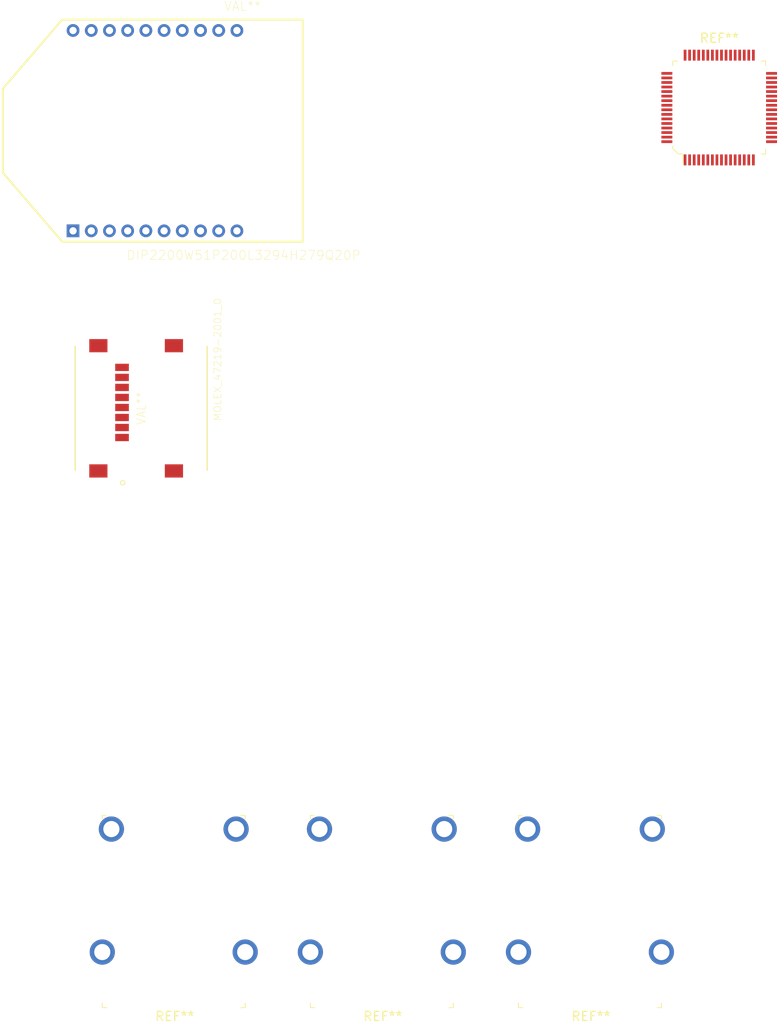
<source format=kicad_pcb>
(kicad_pcb (version 20171130) (host pcbnew 5.0.2-bee76a0~70~ubuntu18.04.1)

  (general
    (thickness 1.6)
    (drawings 0)
    (tracks 0)
    (zones 0)
    (modules 6)
    (nets 1)
  )

  (page A4)
  (layers
    (0 F.Cu signal)
    (31 B.Cu signal)
    (32 B.Adhes user)
    (33 F.Adhes user)
    (34 B.Paste user)
    (35 F.Paste user)
    (36 B.SilkS user)
    (37 F.SilkS user)
    (38 B.Mask user)
    (39 F.Mask user)
    (40 Dwgs.User user)
    (41 Cmts.User user)
    (42 Eco1.User user)
    (43 Eco2.User user)
    (44 Edge.Cuts user)
    (45 Margin user)
    (46 B.CrtYd user)
    (47 F.CrtYd user)
    (48 B.Fab user)
    (49 F.Fab user)
  )

  (setup
    (last_trace_width 0.25)
    (trace_clearance 0.2)
    (zone_clearance 0.508)
    (zone_45_only no)
    (trace_min 0.2)
    (segment_width 0.2)
    (edge_width 0.15)
    (via_size 0.8)
    (via_drill 0.4)
    (via_min_size 0.4)
    (via_min_drill 0.3)
    (uvia_size 0.3)
    (uvia_drill 0.1)
    (uvias_allowed no)
    (uvia_min_size 0.2)
    (uvia_min_drill 0.1)
    (pcb_text_width 0.3)
    (pcb_text_size 1.5 1.5)
    (mod_edge_width 0.15)
    (mod_text_size 1 1)
    (mod_text_width 0.15)
    (pad_size 1.524 1.524)
    (pad_drill 0.762)
    (pad_to_mask_clearance 0.051)
    (solder_mask_min_width 0.25)
    (aux_axis_origin 0 0)
    (visible_elements FFFFFF7F)
    (pcbplotparams
      (layerselection 0x010fc_ffffffff)
      (usegerberextensions false)
      (usegerberattributes false)
      (usegerberadvancedattributes false)
      (creategerberjobfile false)
      (excludeedgelayer true)
      (linewidth 0.100000)
      (plotframeref false)
      (viasonmask false)
      (mode 1)
      (useauxorigin false)
      (hpglpennumber 1)
      (hpglpenspeed 20)
      (hpglpendiameter 15.000000)
      (psnegative false)
      (psa4output false)
      (plotreference true)
      (plotvalue true)
      (plotinvisibletext false)
      (padsonsilk false)
      (subtractmaskfromsilk false)
      (outputformat 1)
      (mirror false)
      (drillshape 1)
      (scaleselection 1)
      (outputdirectory ""))
  )

  (net 0 "")

  (net_class Default "This is the default net class."
    (clearance 0.2)
    (trace_width 0.25)
    (via_dia 0.8)
    (via_drill 0.4)
    (uvia_dia 0.3)
    (uvia_drill 0.1)
  )

  (module Digikey:LQFP-64_10x10mm (layer F.Cu) (tedit 5AD11658) (tstamp 5C2338A7)
    (at 92.71 87.63)
    (fp_text reference REF** (at 0.01 -7.62) (layer F.SilkS)
      (effects (font (size 1 1) (thickness 0.15)))
    )
    (fp_text value "64-LQFP (10x10)" (at 0 8.34) (layer F.Fab)
      (effects (font (size 1 1) (thickness 0.15)))
    )
    (fp_line (start 5 5) (end 5 -5) (layer F.Fab) (width 0.1))
    (fp_line (start -5 -5) (end 5 -5) (layer F.Fab) (width 0.1))
    (fp_line (start 5.1 -5.1) (end 4.6 -5.1) (layer F.SilkS) (width 0.1))
    (fp_line (start 5.1 -5.1) (end 5.1 -4.6) (layer F.SilkS) (width 0.1))
    (fp_line (start -5.1 -5.1) (end -4.6 -5.1) (layer F.SilkS) (width 0.1))
    (fp_line (start -5.1 -5.1) (end -5.1 -4.6) (layer F.SilkS) (width 0.1))
    (fp_line (start 5.1 5.1) (end 5.1 4.6) (layer F.SilkS) (width 0.1))
    (fp_line (start 5.1 5.1) (end 4.6 5.1) (layer F.SilkS) (width 0.1))
    (fp_line (start -5 4.4) (end -4.4 5) (layer F.Fab) (width 0.1))
    (fp_line (start -4.4 5) (end 5 5) (layer F.Fab) (width 0.1))
    (fp_line (start -5 4.4) (end -5 -5) (layer F.Fab) (width 0.1))
    (fp_line (start -4 5.1) (end -4 6.1) (layer F.SilkS) (width 0.1))
    (fp_line (start -4.5 5.1) (end -4 5.1) (layer F.SilkS) (width 0.1))
    (fp_line (start -5.1 4.5) (end -4.5 5.1) (layer F.SilkS) (width 0.1))
    (fp_line (start -5.1 4.2) (end -5.1 4.5) (layer F.SilkS) (width 0.1))
    (fp_text user REF** (at 0 0) (layer F.Fab)
      (effects (font (size 1 1) (thickness 0.15)))
    )
    (fp_line (start 6.6 6.6) (end 6.6 -6.6) (layer F.CrtYd) (width 0.05))
    (fp_line (start -6.6 -6.6) (end -6.6 6.6) (layer F.CrtYd) (width 0.05))
    (fp_line (start -6.6 -6.6) (end 6.6 -6.6) (layer F.CrtYd) (width 0.05))
    (fp_line (start -6.6 6.6) (end 6.6 6.6) (layer F.CrtYd) (width 0.05))
    (pad 64 smd rect (at -5.75 3.75) (size 1.2 0.3) (layers F.Cu F.Paste F.Mask))
    (pad 63 smd rect (at -5.75 3.25) (size 1.2 0.3) (layers F.Cu F.Paste F.Mask))
    (pad 62 smd rect (at -5.75 2.75) (size 1.2 0.3) (layers F.Cu F.Paste F.Mask))
    (pad 61 smd rect (at -5.75 2.25) (size 1.2 0.3) (layers F.Cu F.Paste F.Mask))
    (pad 60 smd rect (at -5.75 1.75) (size 1.2 0.3) (layers F.Cu F.Paste F.Mask))
    (pad 59 smd rect (at -5.75 1.25) (size 1.2 0.3) (layers F.Cu F.Paste F.Mask))
    (pad 58 smd rect (at -5.75 0.75) (size 1.2 0.3) (layers F.Cu F.Paste F.Mask))
    (pad 57 smd rect (at -5.75 0.25) (size 1.2 0.3) (layers F.Cu F.Paste F.Mask))
    (pad 56 smd rect (at -5.75 -0.25) (size 1.2 0.3) (layers F.Cu F.Paste F.Mask))
    (pad 55 smd rect (at -5.75 -0.75) (size 1.2 0.3) (layers F.Cu F.Paste F.Mask))
    (pad 54 smd rect (at -5.75 -1.25) (size 1.2 0.3) (layers F.Cu F.Paste F.Mask))
    (pad 53 smd rect (at -5.75 -1.75) (size 1.2 0.3) (layers F.Cu F.Paste F.Mask))
    (pad 52 smd rect (at -5.75 -2.25) (size 1.2 0.3) (layers F.Cu F.Paste F.Mask))
    (pad 51 smd rect (at -5.75 -2.75) (size 1.2 0.3) (layers F.Cu F.Paste F.Mask))
    (pad 50 smd rect (at -5.75 -3.25) (size 1.2 0.3) (layers F.Cu F.Paste F.Mask))
    (pad 49 smd rect (at -5.75 -3.75) (size 1.2 0.3) (layers F.Cu F.Paste F.Mask))
    (pad 48 smd rect (at -3.75 -5.75) (size 0.3 1.2) (layers F.Cu F.Paste F.Mask))
    (pad 47 smd rect (at -3.25 -5.75) (size 0.3 1.2) (layers F.Cu F.Paste F.Mask))
    (pad 46 smd rect (at -2.75 -5.75) (size 0.3 1.2) (layers F.Cu F.Paste F.Mask))
    (pad 45 smd rect (at -2.25 -5.75) (size 0.3 1.2) (layers F.Cu F.Paste F.Mask))
    (pad 44 smd rect (at -1.75 -5.75) (size 0.3 1.2) (layers F.Cu F.Paste F.Mask))
    (pad 43 smd rect (at -1.25 -5.75) (size 0.3 1.2) (layers F.Cu F.Paste F.Mask))
    (pad 42 smd rect (at -0.75 -5.75) (size 0.3 1.2) (layers F.Cu F.Paste F.Mask))
    (pad 41 smd rect (at -0.25 -5.75) (size 0.3 1.2) (layers F.Cu F.Paste F.Mask))
    (pad 40 smd rect (at 0.25 -5.75) (size 0.3 1.2) (layers F.Cu F.Paste F.Mask))
    (pad 39 smd rect (at 0.75 -5.75) (size 0.3 1.2) (layers F.Cu F.Paste F.Mask))
    (pad 38 smd rect (at 1.25 -5.75) (size 0.3 1.2) (layers F.Cu F.Paste F.Mask))
    (pad 37 smd rect (at 1.75 -5.75) (size 0.3 1.2) (layers F.Cu F.Paste F.Mask))
    (pad 36 smd rect (at 2.25 -5.75) (size 0.3 1.2) (layers F.Cu F.Paste F.Mask))
    (pad 35 smd rect (at 2.75 -5.75) (size 0.3 1.2) (layers F.Cu F.Paste F.Mask))
    (pad 34 smd rect (at 3.25 -5.75) (size 0.3 1.2) (layers F.Cu F.Paste F.Mask))
    (pad 33 smd rect (at 3.75 -5.75) (size 0.3 1.2) (layers F.Cu F.Paste F.Mask))
    (pad 32 smd rect (at 5.75 -3.75) (size 1.2 0.3) (layers F.Cu F.Paste F.Mask))
    (pad 31 smd rect (at 5.75 -3.25) (size 1.2 0.3) (layers F.Cu F.Paste F.Mask))
    (pad 30 smd rect (at 5.75 -2.75) (size 1.2 0.3) (layers F.Cu F.Paste F.Mask))
    (pad 29 smd rect (at 5.75 -2.25) (size 1.2 0.3) (layers F.Cu F.Paste F.Mask))
    (pad 28 smd rect (at 5.75 -1.75) (size 1.2 0.3) (layers F.Cu F.Paste F.Mask))
    (pad 27 smd rect (at 5.75 -1.25) (size 1.2 0.3) (layers F.Cu F.Paste F.Mask))
    (pad 26 smd rect (at 5.75 -0.75) (size 1.2 0.3) (layers F.Cu F.Paste F.Mask))
    (pad 25 smd rect (at 5.75 -0.25) (size 1.2 0.3) (layers F.Cu F.Paste F.Mask))
    (pad 24 smd rect (at 5.75 0.25) (size 1.2 0.3) (layers F.Cu F.Paste F.Mask))
    (pad 23 smd rect (at 5.75 0.75) (size 1.2 0.3) (layers F.Cu F.Paste F.Mask))
    (pad 22 smd rect (at 5.75 1.25) (size 1.2 0.3) (layers F.Cu F.Paste F.Mask))
    (pad 21 smd rect (at 5.75 1.75) (size 1.2 0.3) (layers F.Cu F.Paste F.Mask))
    (pad 20 smd rect (at 5.75 2.25) (size 1.2 0.3) (layers F.Cu F.Paste F.Mask))
    (pad 19 smd rect (at 5.75 2.75) (size 1.2 0.3) (layers F.Cu F.Paste F.Mask))
    (pad 18 smd rect (at 5.75 3.25) (size 1.2 0.3) (layers F.Cu F.Paste F.Mask))
    (pad 16 smd rect (at 3.75 5.75) (size 0.3 1.2) (layers F.Cu F.Paste F.Mask))
    (pad 15 smd rect (at 3.25 5.75) (size 0.3 1.2) (layers F.Cu F.Paste F.Mask))
    (pad 14 smd rect (at 2.75 5.75) (size 0.3 1.2) (layers F.Cu F.Paste F.Mask))
    (pad 13 smd rect (at 2.25 5.75) (size 0.3 1.2) (layers F.Cu F.Paste F.Mask))
    (pad 12 smd rect (at 1.75 5.75) (size 0.3 1.2) (layers F.Cu F.Paste F.Mask))
    (pad 11 smd rect (at 1.25 5.75) (size 0.3 1.2) (layers F.Cu F.Paste F.Mask))
    (pad 10 smd rect (at 0.75 5.75) (size 0.3 1.2) (layers F.Cu F.Paste F.Mask))
    (pad 9 smd rect (at 0.25 5.75) (size 0.3 1.2) (layers F.Cu F.Paste F.Mask))
    (pad 8 smd rect (at -0.25 5.75) (size 0.3 1.2) (layers F.Cu F.Paste F.Mask))
    (pad 7 smd rect (at -0.75 5.75) (size 0.3 1.2) (layers F.Cu F.Paste F.Mask))
    (pad 6 smd rect (at -1.25 5.75) (size 0.3 1.2) (layers F.Cu F.Paste F.Mask))
    (pad 5 smd rect (at -1.75 5.75) (size 0.3 1.2) (layers F.Cu F.Paste F.Mask))
    (pad 4 smd rect (at -2.25 5.75) (size 0.3 1.2) (layers F.Cu F.Paste F.Mask))
    (pad 3 smd rect (at -2.75 5.75) (size 0.3 1.2) (layers F.Cu F.Paste F.Mask))
    (pad 2 smd rect (at -3.25 5.75) (size 0.3 1.2) (layers F.Cu F.Paste F.Mask))
    (pad 1 smd rect (at -3.75 5.75) (size 0.3 1.2) (layers F.Cu F.Paste F.Mask))
    (pad 17 smd rect (at 5.75 3.75) (size 1.2 0.3) (layers F.Cu F.Paste F.Mask))
  )

  (module Digikey:Thermocouple_Connector_PCC-SMP-K (layer F.Cu) (tedit 5ACCDD63) (tstamp 5C236FB0)
    (at 86.36 180.34 180)
    (fp_text reference REF** (at 7.74 -7.05 180) (layer F.SilkS)
      (effects (font (size 1 1) (thickness 0.15)))
    )
    (fp_text value Thermocouple_Connector_PCC-SMP-K (at 7.4 19.05 180) (layer F.Fab)
      (effects (font (size 1 1) (thickness 0.15)))
    )
    (fp_line (start 0.11 -5.94) (end 15.61 -5.94) (layer F.Fab) (width 0.1))
    (fp_line (start 0.11 -5.94) (end 0.11 14.86) (layer F.Fab) (width 0.1))
    (fp_line (start 15.61 -5.94) (end 15.61 14.86) (layer F.Fab) (width 0.1))
    (fp_line (start 0.11 14.86) (end 15.61 14.86) (layer F.Fab) (width 0.1))
    (fp_line (start 15.7 15) (end 15.3 15) (layer F.SilkS) (width 0.1))
    (fp_line (start 15.7 14.6) (end 15.7 15) (layer F.SilkS) (width 0.1))
    (fp_line (start 0 15) (end 0.5 15) (layer F.SilkS) (width 0.1))
    (fp_line (start 0 14.6) (end 0 15) (layer F.SilkS) (width 0.1))
    (fp_line (start 0 -6.1) (end 0 -5.6) (layer F.SilkS) (width 0.1))
    (fp_line (start 0 -6.1) (end 0.5 -6.1) (layer F.SilkS) (width 0.1))
    (fp_line (start 15.7 -6.1) (end 15.2 -6.1) (layer F.SilkS) (width 0.1))
    (fp_line (start 15.7 -6.1) (end 15.7 -5.6) (layer F.SilkS) (width 0.1))
    (fp_line (start 17.34 15.11) (end 17.34 -6.19) (layer F.CrtYd) (width 0.05))
    (fp_line (start 17.34 15.11) (end -1.64 15.11) (layer F.CrtYd) (width 0.05))
    (fp_line (start 17.34 -6.19) (end -1.64 -6.19) (layer F.CrtYd) (width 0.05))
    (fp_line (start -1.64 15.11) (end -1.64 -6.19) (layer F.CrtYd) (width 0.05))
    (fp_text user %R (at 7.82 5.26 180) (layer F.Fab)
      (effects (font (size 1 1) (thickness 0.15)))
    )
    (pad - thru_hole circle (at 14.7 13.5 180) (size 2.77 2.77) (drill 1.77) (layers *.Cu *.Mask))
    (pad + thru_hole circle (at 1 13.5 180) (size 2.77 2.77) (drill 1.77) (layers *.Cu *.Mask))
    (pad "" thru_hole circle (at 15.7 0 180) (size 2.77 2.77) (drill 1.77) (layers *.Cu *.Mask))
    (pad "" thru_hole circle (at 0 0 180) (size 2.77 2.77) (drill 1.77) (layers *.Cu *.Mask))
  )

  (module Digikey:Thermocouple_Connector_PCC-SMP-K (layer F.Cu) (tedit 5ACCDD63) (tstamp 5C236F80)
    (at 63.5 180.34 180)
    (fp_text reference REF** (at 7.74 -7.05 180) (layer F.SilkS)
      (effects (font (size 1 1) (thickness 0.15)))
    )
    (fp_text value Thermocouple_Connector_PCC-SMP-K (at 7.4 16.42 180) (layer F.Fab)
      (effects (font (size 1 1) (thickness 0.15)))
    )
    (fp_text user %R (at 7.82 5.26 180) (layer F.Fab)
      (effects (font (size 1 1) (thickness 0.15)))
    )
    (fp_line (start -1.64 15.11) (end -1.64 -6.19) (layer F.CrtYd) (width 0.05))
    (fp_line (start 17.34 -6.19) (end -1.64 -6.19) (layer F.CrtYd) (width 0.05))
    (fp_line (start 17.34 15.11) (end -1.64 15.11) (layer F.CrtYd) (width 0.05))
    (fp_line (start 17.34 15.11) (end 17.34 -6.19) (layer F.CrtYd) (width 0.05))
    (fp_line (start 15.7 -6.1) (end 15.7 -5.6) (layer F.SilkS) (width 0.1))
    (fp_line (start 15.7 -6.1) (end 15.2 -6.1) (layer F.SilkS) (width 0.1))
    (fp_line (start 0 -6.1) (end 0.5 -6.1) (layer F.SilkS) (width 0.1))
    (fp_line (start 0 -6.1) (end 0 -5.6) (layer F.SilkS) (width 0.1))
    (fp_line (start 0 14.6) (end 0 15) (layer F.SilkS) (width 0.1))
    (fp_line (start 0 15) (end 0.5 15) (layer F.SilkS) (width 0.1))
    (fp_line (start 15.7 14.6) (end 15.7 15) (layer F.SilkS) (width 0.1))
    (fp_line (start 15.7 15) (end 15.3 15) (layer F.SilkS) (width 0.1))
    (fp_line (start 0.11 14.86) (end 15.61 14.86) (layer F.Fab) (width 0.1))
    (fp_line (start 15.61 -5.94) (end 15.61 14.86) (layer F.Fab) (width 0.1))
    (fp_line (start 0.11 -5.94) (end 0.11 14.86) (layer F.Fab) (width 0.1))
    (fp_line (start 0.11 -5.94) (end 15.61 -5.94) (layer F.Fab) (width 0.1))
    (pad "" thru_hole circle (at 0 0 180) (size 2.77 2.77) (drill 1.77) (layers *.Cu *.Mask))
    (pad "" thru_hole circle (at 15.7 0 180) (size 2.77 2.77) (drill 1.77) (layers *.Cu *.Mask))
    (pad + thru_hole circle (at 1 13.5 180) (size 2.77 2.77) (drill 1.77) (layers *.Cu *.Mask))
    (pad - thru_hole circle (at 14.7 13.5 180) (size 2.77 2.77) (drill 1.77) (layers *.Cu *.Mask))
  )

  (module Digikey:Thermocouple_Connector_PCC-SMP-K (layer F.Cu) (tedit 5ACCDD63) (tstamp 5C236F03)
    (at 40.64 180.34 180)
    (fp_text reference REF** (at 7.74 -7.05 180) (layer F.SilkS)
      (effects (font (size 1 1) (thickness 0.15)))
    )
    (fp_text value Thermocouple_Connector_PCC-SMP-K (at 10.16 19.05 180) (layer F.Fab)
      (effects (font (size 1 1) (thickness 0.15)))
    )
    (fp_line (start 0.11 -5.94) (end 15.61 -5.94) (layer F.Fab) (width 0.1))
    (fp_line (start 0.11 -5.94) (end 0.11 14.86) (layer F.Fab) (width 0.1))
    (fp_line (start 15.61 -5.94) (end 15.61 14.86) (layer F.Fab) (width 0.1))
    (fp_line (start 0.11 14.86) (end 15.61 14.86) (layer F.Fab) (width 0.1))
    (fp_line (start 15.7 15) (end 15.3 15) (layer F.SilkS) (width 0.1))
    (fp_line (start 15.7 14.6) (end 15.7 15) (layer F.SilkS) (width 0.1))
    (fp_line (start 0 15) (end 0.5 15) (layer F.SilkS) (width 0.1))
    (fp_line (start 0 14.6) (end 0 15) (layer F.SilkS) (width 0.1))
    (fp_line (start 0 -6.1) (end 0 -5.6) (layer F.SilkS) (width 0.1))
    (fp_line (start 0 -6.1) (end 0.5 -6.1) (layer F.SilkS) (width 0.1))
    (fp_line (start 15.7 -6.1) (end 15.2 -6.1) (layer F.SilkS) (width 0.1))
    (fp_line (start 15.7 -6.1) (end 15.7 -5.6) (layer F.SilkS) (width 0.1))
    (fp_line (start 17.34 15.11) (end 17.34 -6.19) (layer F.CrtYd) (width 0.05))
    (fp_line (start 17.34 15.11) (end -1.64 15.11) (layer F.CrtYd) (width 0.05))
    (fp_line (start 17.34 -6.19) (end -1.64 -6.19) (layer F.CrtYd) (width 0.05))
    (fp_line (start -1.64 15.11) (end -1.64 -6.19) (layer F.CrtYd) (width 0.05))
    (fp_text user %R (at 7.82 5.26 180) (layer F.Fab)
      (effects (font (size 1 1) (thickness 0.15)))
    )
    (pad - thru_hole circle (at 14.7 13.5 180) (size 2.77 2.77) (drill 1.77) (layers *.Cu *.Mask))
    (pad + thru_hole circle (at 1 13.5 180) (size 2.77 2.77) (drill 1.77) (layers *.Cu *.Mask))
    (pad "" thru_hole circle (at 15.7 0 180) (size 2.77 2.77) (drill 1.77) (layers *.Cu *.Mask))
    (pad "" thru_hole circle (at 0 0 180) (size 2.77 2.77) (drill 1.77) (layers *.Cu *.Mask))
  )

  (module MOLEX_47219-2001:MOLEX_47219-2001_0 (layer F.Cu) (tedit 0) (tstamp 5C186D9F)
    (at 29.21 120.65 270)
    (descr "1.10mm Pitch microSD Card Connector, Hinge Type, Lead-Free")
    (attr smd)
    (fp_text reference MOLEX_47219-2001_0 (at -5.35 -8.4 270) (layer F.SilkS)
      (effects (font (size 0.787402 0.787402) (thickness 0.05)))
    )
    (fp_text value VAL** (at 0 0 270) (layer F.SilkS)
      (effects (font (size 1 0.9) (thickness 0.05)))
    )
    (fp_circle (center 8.175 2.025) (end 8.425 2.025) (layer F.SilkS) (width 0.1))
    (fp_line (start 6.8 7.25) (end -6.8 7.25) (layer F.SilkS) (width 0.15))
    (fp_line (start 6.8 -7.25) (end -6.8 -7.25) (layer F.SilkS) (width 0.15))
    (fp_line (start 7.7 7.425) (end -7.7 7.425) (layer Dwgs.User) (width 0.1))
    (fp_line (start 7.7 -7.425) (end 7.7 7.425) (layer Dwgs.User) (width 0.1))
    (fp_line (start -7.7 -7.425) (end 7.7 -7.425) (layer Dwgs.User) (width 0.1))
    (fp_line (start -7.7 7.425) (end -7.7 -7.425) (layer Dwgs.User) (width 0.1))
    (fp_line (start 6.8 7.25) (end -6.8 7.25) (layer Dwgs.User) (width 0.15))
    (fp_line (start 6.8 -7.25) (end 6.8 7.25) (layer Dwgs.User) (width 0.15))
    (fp_line (start -6.8 -7.25) (end 6.8 -7.25) (layer Dwgs.User) (width 0.15))
    (fp_line (start -6.8 7.25) (end -6.8 -7.25) (layer Dwgs.User) (width 0.15))
    (pad G4 smd rect (at -6.875 4.7 270) (size 1.45 2) (layers F.Cu F.Paste F.Mask))
    (pad G3 smd rect (at -6.875 -3.6 270) (size 1.45 2) (layers F.Cu F.Paste F.Mask))
    (pad G2 smd rect (at 6.875 -3.6 270) (size 1.45 2) (layers F.Cu F.Paste F.Mask))
    (pad G1 smd rect (at 6.875 4.7 270) (size 1.45 2) (layers F.Cu F.Paste F.Mask))
    (pad 1 smd rect (at 3.205 2.1 270) (size 0.8 1.5) (layers F.Cu F.Paste F.Mask))
    (pad 2 smd rect (at 2.105 2.1 270) (size 0.8 1.5) (layers F.Cu F.Paste F.Mask))
    (pad 3 smd rect (at 1.005 2.1 270) (size 0.8 1.5) (layers F.Cu F.Paste F.Mask))
    (pad 4 smd rect (at -0.095 2.1 270) (size 0.8 1.5) (layers F.Cu F.Paste F.Mask))
    (pad 5 smd rect (at -1.195 2.1 270) (size 0.8 1.5) (layers F.Cu F.Paste F.Mask))
    (pad 6 smd rect (at -2.295 2.1 270) (size 0.8 1.5) (layers F.Cu F.Paste F.Mask))
    (pad 7 smd rect (at -3.395 2.1 270) (size 0.8 1.5) (layers F.Cu F.Paste F.Mask))
    (pad 8 smd rect (at -4.495 2.1 270) (size 0.8 1.5) (layers F.Cu F.Paste F.Mask))
  )

  (module XBP9B-XCWT-002:DIP2200W51P200L3294H279Q20P (layer F.Cu) (tedit 0) (tstamp 5C226B54)
    (at 30.48 90.17 90)
    (fp_text reference DIP2200W51P200L3294H279Q20P (at -13.6734 9.98808 180) (layer F.SilkS)
      (effects (font (size 1.00282 1.00282) (thickness 0.05)))
    )
    (fp_text value VAL** (at 13.6687 9.86383 180) (layer F.SilkS)
      (effects (font (size 1.00394 1.00394) (thickness 0.05)))
    )
    (fp_line (start 12.5 16.75) (end -12.5 16.75) (layer Eco1.User) (width 0.05))
    (fp_line (start 12.5 -10) (end 12.5 16.75) (layer Eco1.User) (width 0.05))
    (fp_line (start 4.75 -16.75) (end 12.5 -10) (layer Eco1.User) (width 0.05))
    (fp_line (start -4.75 -16.75) (end 4.75 -16.75) (layer Eco1.User) (width 0.05))
    (fp_line (start -12.5 -10) (end -4.75 -16.75) (layer Eco1.User) (width 0.05))
    (fp_line (start -12.5 16.75) (end -12.5 -10) (layer Eco1.User) (width 0.05))
    (fp_line (start 12.19 -9.94) (end 4.6 -16.47) (layer F.SilkS) (width 0.2))
    (fp_line (start -12.19 -9.94) (end -4.6 -16.47) (layer F.SilkS) (width 0.2))
    (fp_line (start -12.19 16.47) (end -12.19 -9.94) (layer F.SilkS) (width 0.2))
    (fp_line (start 12.19 16.47) (end -12.19 16.47) (layer F.SilkS) (width 0.2))
    (fp_line (start 12.19 -9.94) (end 12.19 16.47) (layer F.SilkS) (width 0.2))
    (fp_line (start -4.6 -16.47) (end 4.6 -16.47) (layer F.SilkS) (width 0.2))
    (pad 20 thru_hole circle (at 11 -8.75 270) (size 1.4 1.4) (drill 0.8) (layers *.Cu *.Mask))
    (pad 19 thru_hole circle (at 11 -6.75 270) (size 1.4 1.4) (drill 0.8) (layers *.Cu *.Mask))
    (pad 18 thru_hole circle (at 11 -4.75 270) (size 1.4 1.4) (drill 0.8) (layers *.Cu *.Mask))
    (pad 17 thru_hole circle (at 11 -2.75 270) (size 1.4 1.4) (drill 0.8) (layers *.Cu *.Mask))
    (pad 16 thru_hole circle (at 11 -0.75 270) (size 1.4 1.4) (drill 0.8) (layers *.Cu *.Mask))
    (pad 15 thru_hole circle (at 11 1.25 270) (size 1.4 1.4) (drill 0.8) (layers *.Cu *.Mask))
    (pad 14 thru_hole circle (at 11 3.25 270) (size 1.4 1.4) (drill 0.8) (layers *.Cu *.Mask))
    (pad 13 thru_hole circle (at 11 5.25 270) (size 1.4 1.4) (drill 0.8) (layers *.Cu *.Mask))
    (pad 12 thru_hole circle (at 11 7.25 270) (size 1.4 1.4) (drill 0.8) (layers *.Cu *.Mask))
    (pad 11 thru_hole circle (at 11 9.25 270) (size 1.4 1.4) (drill 0.8) (layers *.Cu *.Mask))
    (pad 10 thru_hole circle (at -11 9.25 90) (size 1.4 1.4) (drill 0.8) (layers *.Cu *.Mask))
    (pad 9 thru_hole circle (at -11 7.25 90) (size 1.4 1.4) (drill 0.8) (layers *.Cu *.Mask))
    (pad 8 thru_hole circle (at -11 5.25 90) (size 1.4 1.4) (drill 0.8) (layers *.Cu *.Mask))
    (pad 7 thru_hole circle (at -11 3.25 90) (size 1.4 1.4) (drill 0.8) (layers *.Cu *.Mask))
    (pad 6 thru_hole circle (at -11 1.25 90) (size 1.4 1.4) (drill 0.8) (layers *.Cu *.Mask))
    (pad 5 thru_hole circle (at -11 -0.75 90) (size 1.4 1.4) (drill 0.8) (layers *.Cu *.Mask))
    (pad 4 thru_hole circle (at -11 -2.75 90) (size 1.4 1.4) (drill 0.8) (layers *.Cu *.Mask))
    (pad 3 thru_hole circle (at -11 -4.75 90) (size 1.4 1.4) (drill 0.8) (layers *.Cu *.Mask))
    (pad 2 thru_hole circle (at -11 -6.75 90) (size 1.4 1.4) (drill 0.8) (layers *.Cu *.Mask))
    (pad 1 thru_hole rect (at -11 -8.75 90) (size 1.4 1.4) (drill 0.8) (layers *.Cu *.Mask))
  )

)

</source>
